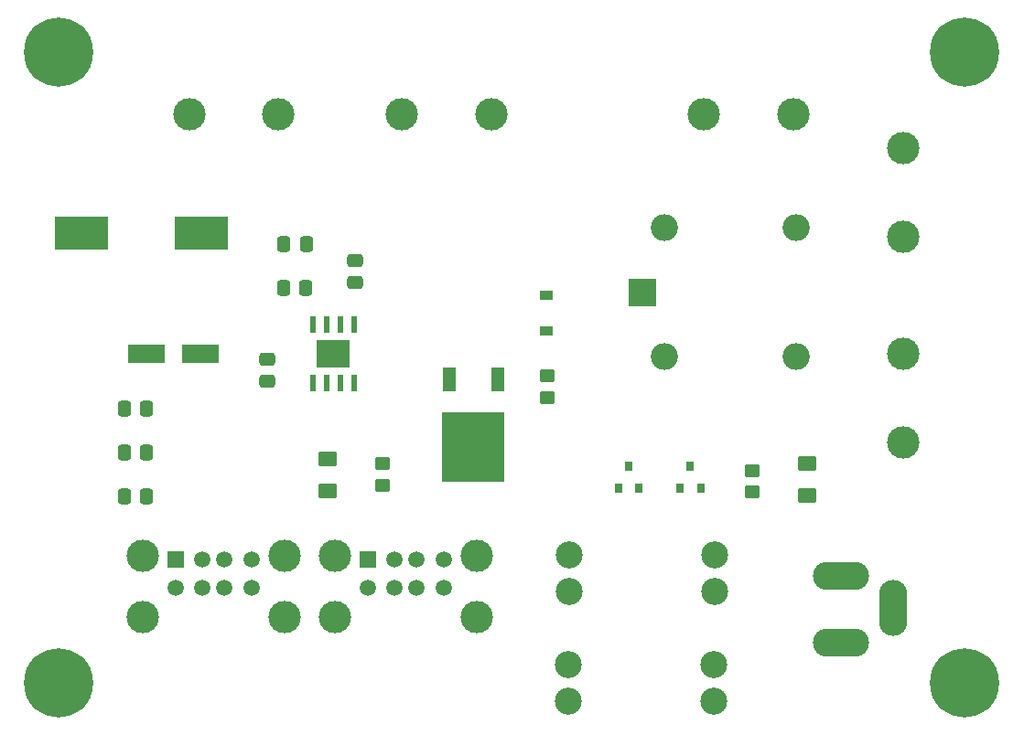
<source format=gbr>
%TF.GenerationSoftware,KiCad,Pcbnew,6.0.1+dfsg-1*%
%TF.CreationDate,2022-01-27T23:56:30+00:00*%
%TF.ProjectId,powerbox,706f7765-7262-46f7-982e-6b696361645f,rev?*%
%TF.SameCoordinates,Original*%
%TF.FileFunction,Soldermask,Top*%
%TF.FilePolarity,Negative*%
%FSLAX46Y46*%
G04 Gerber Fmt 4.6, Leading zero omitted, Abs format (unit mm)*
G04 Created by KiCad (PCBNEW 6.0.1+dfsg-1) date 2022-01-27 23:56:30*
%MOMM*%
%LPD*%
G01*
G04 APERTURE LIST*
G04 Aperture macros list*
%AMRoundRect*
0 Rectangle with rounded corners*
0 $1 Rounding radius*
0 $2 $3 $4 $5 $6 $7 $8 $9 X,Y pos of 4 corners*
0 Add a 4 corners polygon primitive as box body*
4,1,4,$2,$3,$4,$5,$6,$7,$8,$9,$2,$3,0*
0 Add four circle primitives for the rounded corners*
1,1,$1+$1,$2,$3*
1,1,$1+$1,$4,$5*
1,1,$1+$1,$6,$7*
1,1,$1+$1,$8,$9*
0 Add four rect primitives between the rounded corners*
20,1,$1+$1,$2,$3,$4,$5,0*
20,1,$1+$1,$4,$5,$6,$7,0*
20,1,$1+$1,$6,$7,$8,$9,0*
20,1,$1+$1,$8,$9,$2,$3,0*%
G04 Aperture macros list end*
%ADD10R,0.800000X0.900000*%
%ADD11R,1.200000X0.900000*%
%ADD12O,5.200000X2.600000*%
%ADD13O,2.600000X5.200000*%
%ADD14C,3.000000*%
%ADD15R,5.000000X3.100000*%
%ADD16RoundRect,0.250000X0.450000X-0.350000X0.450000X0.350000X-0.450000X0.350000X-0.450000X-0.350000X0*%
%ADD17R,1.500000X1.500000*%
%ADD18C,1.500000*%
%ADD19RoundRect,0.250000X-0.450000X0.350000X-0.450000X-0.350000X0.450000X-0.350000X0.450000X0.350000X0*%
%ADD20RoundRect,0.250001X0.624999X-0.462499X0.624999X0.462499X-0.624999X0.462499X-0.624999X-0.462499X0*%
%ADD21R,2.500000X2.500000*%
%ADD22O,2.500000X2.500000*%
%ADD23C,6.400000*%
%ADD24R,1.200000X2.200000*%
%ADD25R,5.800000X6.400000*%
%ADD26C,2.500000*%
%ADD27RoundRect,0.250000X-0.337500X-0.475000X0.337500X-0.475000X0.337500X0.475000X-0.337500X0.475000X0*%
%ADD28RoundRect,0.250000X0.337500X0.475000X-0.337500X0.475000X-0.337500X-0.475000X0.337500X-0.475000X0*%
%ADD29RoundRect,0.250000X0.475000X-0.337500X0.475000X0.337500X-0.475000X0.337500X-0.475000X-0.337500X0*%
%ADD30R,0.600000X1.550000*%
%ADD31R,3.100000X2.600000*%
%ADD32R,3.500000X1.800000*%
G04 APERTURE END LIST*
D10*
%TO.C,D2*%
X171130000Y-136890000D03*
X170180000Y-134890000D03*
X169230000Y-136890000D03*
%TD*%
%TO.C,D3*%
X165415000Y-136890000D03*
X164465000Y-134890000D03*
X163515000Y-136890000D03*
%TD*%
D11*
%TO.C,D4*%
X156845000Y-119000000D03*
X156845000Y-122300000D03*
%TD*%
D12*
%TO.C,J2*%
X184150000Y-145000000D03*
X184150000Y-151250000D03*
D13*
X188950000Y-148000000D03*
%TD*%
D14*
%TO.C,J8*%
X143510000Y-102235000D03*
X151760000Y-102235000D03*
%TD*%
D15*
%TO.C,L1*%
X124930000Y-113284000D03*
X113830000Y-113284000D03*
%TD*%
D16*
%TO.C,R6*%
X141732000Y-136636000D03*
X141732000Y-134636000D03*
%TD*%
D14*
%TO.C,SW2*%
X189865000Y-105410000D03*
X189865000Y-113660000D03*
%TD*%
D17*
%TO.C,J3*%
X122555000Y-143510000D03*
D18*
X125055000Y-143510000D03*
X127055000Y-143510000D03*
X129555000Y-143510000D03*
X122555000Y-146130000D03*
X125055000Y-146130000D03*
X127055000Y-146130000D03*
X129555000Y-146130000D03*
D14*
X132625000Y-143160000D03*
X119485000Y-148840000D03*
X132625000Y-148840000D03*
X119485000Y-143160000D03*
%TD*%
D19*
%TO.C,R1*%
X175895000Y-135255000D03*
X175895000Y-137255000D03*
%TD*%
D20*
%TO.C,D1*%
X180975000Y-137595000D03*
X180975000Y-134620000D03*
%TD*%
D21*
%TO.C,K1*%
X165735000Y-118745000D03*
D22*
X167735000Y-124745000D03*
X179935000Y-124745000D03*
X179935000Y-112745000D03*
X167735000Y-112745000D03*
%TD*%
D23*
%TO.C,REF\u002A\u002A*%
X195580000Y-96520000D03*
%TD*%
D14*
%TO.C,SW1*%
X189865000Y-124460000D03*
X189865000Y-132710000D03*
%TD*%
D20*
%TO.C,D6*%
X136652000Y-137144000D03*
X136652000Y-134169000D03*
%TD*%
D23*
%TO.C,REF\u002A\u002A*%
X111760000Y-154940000D03*
%TD*%
%TO.C,REF\u002A\u002A*%
X111760000Y-96520000D03*
%TD*%
D17*
%TO.C,J4*%
X140335000Y-143510000D03*
D18*
X142835000Y-143510000D03*
X144835000Y-143510000D03*
X147335000Y-143510000D03*
X140335000Y-146130000D03*
X142835000Y-146130000D03*
X144835000Y-146130000D03*
X147335000Y-146130000D03*
D14*
X150405000Y-143160000D03*
X150405000Y-148840000D03*
X137265000Y-143160000D03*
X137265000Y-148840000D03*
%TD*%
D24*
%TO.C,Q1*%
X152395000Y-126820000D03*
D25*
X150115000Y-133120000D03*
D24*
X147835000Y-126820000D03*
%TD*%
D19*
%TO.C,R2*%
X156972000Y-126524000D03*
X156972000Y-128524000D03*
%TD*%
D23*
%TO.C,REF\u002A\u002A*%
X195580000Y-154940000D03*
%TD*%
D14*
%TO.C,J1*%
X171450000Y-102235000D03*
X179700000Y-102235000D03*
%TD*%
%TO.C,J7*%
X123825000Y-102235000D03*
X132075000Y-102235000D03*
%TD*%
D26*
%TO.C,F1*%
X172470000Y-143080000D03*
X172470000Y-146480000D03*
X159000000Y-143080000D03*
X159000000Y-146480000D03*
%TD*%
%TO.C,F2*%
X158873000Y-153240000D03*
X158873000Y-156640000D03*
X172343000Y-153240000D03*
X172343000Y-156640000D03*
%TD*%
D27*
%TO.C,C6*%
X117813000Y-133604000D03*
X119888000Y-133604000D03*
%TD*%
D28*
%TO.C,C1*%
X134641500Y-114300000D03*
X132566500Y-114300000D03*
%TD*%
%TO.C,C2*%
X134620000Y-118364000D03*
X132545000Y-118364000D03*
%TD*%
D29*
%TO.C,C3*%
X139192000Y-117877500D03*
X139192000Y-115802500D03*
%TD*%
D27*
%TO.C,C5*%
X117813000Y-129540000D03*
X119888000Y-129540000D03*
%TD*%
%TO.C,C7*%
X117813000Y-137668000D03*
X119888000Y-137668000D03*
%TD*%
D30*
%TO.C,U1*%
X135255000Y-127160000D03*
X136525000Y-127160000D03*
X137795000Y-127160000D03*
X139065000Y-127160000D03*
X139065000Y-121760000D03*
X137795000Y-121760000D03*
X136525000Y-121760000D03*
X135255000Y-121760000D03*
D31*
X137160000Y-124460000D03*
%TD*%
D32*
%TO.C,D5*%
X124888000Y-124460000D03*
X119888000Y-124460000D03*
%TD*%
D29*
%TO.C,C4*%
X131064000Y-127021500D03*
X131064000Y-124946500D03*
%TD*%
M02*

</source>
